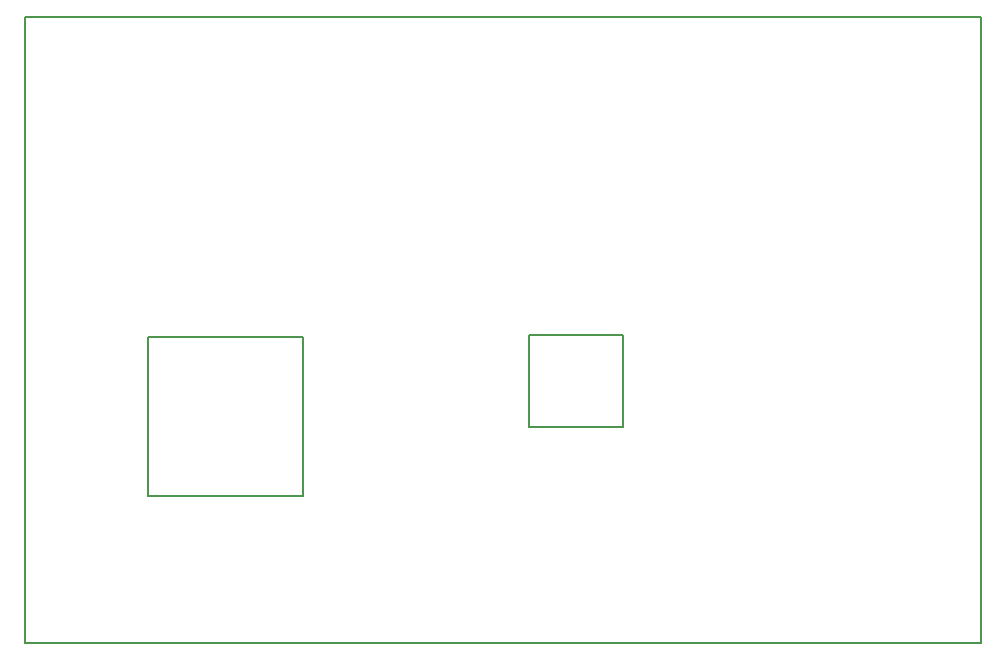
<source format=gm1>
%FSLAX25Y25*%
%MOIN*%
G70*
G01*
G75*
G04 Layer_Color=16711935*
%ADD10R,0.14410X0.09843*%
%ADD11R,0.14410X0.07874*%
%ADD12R,0.01969X0.06299*%
%ADD13R,0.03543X0.02126*%
%ADD14R,0.48504X0.15354*%
%ADD15R,0.09843X0.14410*%
%ADD16R,0.07874X0.14410*%
%ADD17R,0.06299X0.01969*%
%ADD18R,0.02126X0.03543*%
%ADD19R,0.10630X0.03937*%
%ADD20R,0.25590X0.07559*%
%ADD21C,0.00800*%
%ADD22R,0.49400X0.08100*%
%ADD23R,0.04800X0.94500*%
%ADD24R,0.18800X0.03900*%
%ADD25R,0.17900X0.04600*%
%ADD26R,0.19200X0.04500*%
%ADD27R,0.85300X0.11600*%
%ADD28R,0.04315X0.07664*%
%ADD29R,0.44671X0.11272*%
%ADD30R,0.44400X0.11000*%
%ADD31R,0.06900X0.15000*%
%ADD32R,0.06300X0.16900*%
%ADD33C,0.00500*%
%ADD34O,0.11811X0.09843*%
%ADD35R,0.11811X0.09843*%
%ADD36C,0.02000*%
%ADD37C,0.05000*%
%ADD38C,0.04000*%
%ADD39C,0.03000*%
%ADD40R,0.07087X0.13386*%
%ADD41O,0.01181X0.02756*%
%ADD42O,0.02756X0.01181*%
%ADD43R,0.02756X0.03347*%
%ADD44R,0.05118X0.03937*%
%ADD45R,0.03347X0.02756*%
%ADD46R,0.04800X0.92500*%
%ADD47R,0.02200X0.25827*%
%ADD48R,0.02300X0.29000*%
%ADD49C,0.01000*%
%ADD50R,0.21413X0.56000*%
%ADD51R,0.15210X0.10642*%
%ADD52R,0.15210X0.08674*%
%ADD53R,0.02769X0.07099*%
%ADD54R,0.04343X0.02926*%
%ADD55R,0.49304X0.16154*%
%ADD56R,0.10642X0.15210*%
%ADD57R,0.08674X0.15210*%
%ADD58R,0.07099X0.02769*%
%ADD59R,0.02926X0.04343*%
%ADD60R,0.11430X0.04737*%
%ADD61R,0.26391X0.08359*%
%ADD62O,0.12611X0.10642*%
%ADD63R,0.12611X0.10642*%
%ADD64R,0.07887X0.14186*%
%ADD65O,0.01981X0.03556*%
%ADD66O,0.03556X0.01981*%
%ADD67R,0.03556X0.04147*%
%ADD68R,0.05918X0.04737*%
%ADD69R,0.04147X0.03556*%
%ADD70C,0.00984*%
D33*
X0Y51200D02*
X318898D01*
Y-157480D02*
Y51200D01*
X0Y-157480D02*
X318898D01*
X0D02*
Y51200D01*
X41100Y-55700D02*
X92600D01*
X41100Y-108600D02*
Y-55700D01*
Y-108600D02*
X92600D01*
Y-55700D01*
X168000Y-85500D02*
X199300D01*
X168000Y-55000D02*
X199300D01*
Y-85500D02*
Y-55000D01*
X168000Y-85500D02*
Y-55000D01*
X0Y51200D02*
X318898D01*
Y-157480D02*
Y51200D01*
X0Y-157480D02*
X318898D01*
X0D02*
Y51200D01*
X41100Y-55700D02*
X92600D01*
X41100Y-108600D02*
Y-55700D01*
Y-108600D02*
X92600D01*
Y-55700D01*
X168000Y-85500D02*
X199300D01*
X168000Y-55000D02*
X199300D01*
Y-85500D02*
Y-55000D01*
X168000Y-85500D02*
Y-55000D01*
M02*

</source>
